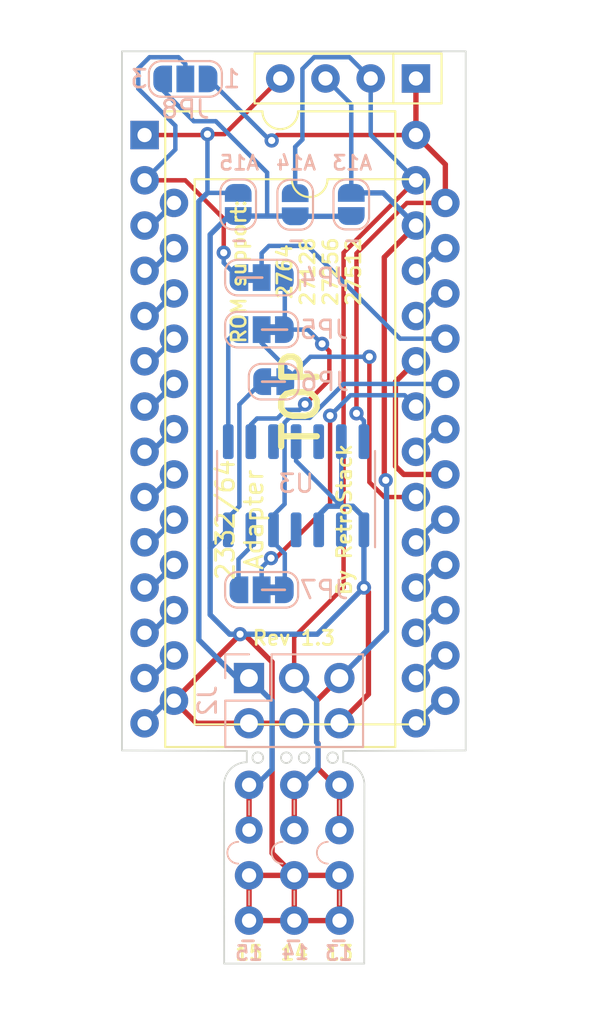
<source format=kicad_pcb>
(kicad_pcb (version 20240108) (generator "pcbnew") (generator_version "8.0")
  (title_block (title "2332/2364 ROM Adapter") (date "2024-05-26") (rev "Rev 1.3") (company "Marcel Erz"))
  (layers (0 "F.Cu" signal) (31 "B.Cu" signal) (34 "B.Paste" user) (35 "F.Paste" user) (36 "B.SilkS" user "B.Silkscreen") (37 "F.SilkS" user "F.Silkscreen") (38 "B.Mask" user) (39 "F.Mask" user) (44 "Edge.Cuts" user))
  (net 0 "")
  (net 1 "/A9")
  (net 2 "/A8")
  (net 3 "/A7")
  (net 4 "/A6")
  (net 5 "/A5")
  (net 6 "/A4")
  (net 7 "/A3")
  (net 8 "/A2")
  (net 9 "GND")
  (net 10 "/A1")
  (net 11 "/A0")
  (net 12 "/D0")
  (net 13 "/D1")
  (net 14 "/D2")
  (net 15 "/D3")
  (net 16 "/D4")
  (net 17 "/~{OE}")
  (net 18 "+5V")
  (net 19 "/A10")
  (net 20 "/A11")
  (net 21 "/A12")
  (net 22 "/A13")
  (net 23 "/A14")
  (net 24 "/A15")
  (net 25 "/D5")
  (net 26 "/D6")
  (net 27 "/D7")
  (net 28 "Net-(JP4-A)")
  (net 29 "Net-(JP4-B)")
  (net 30 "Net-(JP5-B)")
  (net 31 "Net-(JP7-B)")
  (net 36 "Net-(JP5-C)")
  (net 37 "Net-(JP7-C)")
  (footprint "Package_DIP:DIP-24_W15.24mm" (layer "F.Cu") (at 116.84 82.042)
    (property "Reference" "U1" (hide yes))
    (property "Value" "Conn_02x12_Counter_Clockwise")
    (pad "1" thru_hole oval (at 0 0) (size 1.6 1.6) (drill 0.8) (layers "*.Cu" "*.Mask") (net 3 "/A7"))
    (pad "2" thru_hole oval (at 0 2.54) (size 1.6 1.6) (drill 0.8) (layers "*.Cu" "*.Mask") (net 4 "/A6"))
    (pad "3" thru_hole oval (at 0 5.08) (size 1.6 1.6) (drill 0.8) (layers "*.Cu" "*.Mask") (net 5 "/A5"))
    (pad "4" thru_hole oval (at 0 7.62) (size 1.6 1.6) (drill 0.8) (layers "*.Cu" "*.Mask") (net 6 "/A4"))
    (pad "5" thru_hole oval (at 0 10.16) (size 1.6 1.6) (drill 0.8) (layers "*.Cu" "*.Mask") (net 7 "/A3"))
    (pad "6" thru_hole oval (at 0 12.7) (size 1.6 1.6) (drill 0.8) (layers "*.Cu" "*.Mask") (net 8 "/A2"))
    (pad "7" thru_hole oval (at 0 15.24) (size 1.6 1.6) (drill 0.8) (layers "*.Cu" "*.Mask") (net 10 "/A1"))
    (pad "8" thru_hole oval (at 0 17.78) (size 1.6 1.6) (drill 0.8) (layers "*.Cu" "*.Mask") (net 11 "/A0"))
    (pad "9" thru_hole oval (at 0 20.32) (size 1.6 1.6) (drill 0.8) (layers "*.Cu" "*.Mask") (net 12 "/D0"))
    (pad "10" thru_hole oval (at 0 22.86) (size 1.6 1.6) (drill 0.8) (layers "*.Cu" "*.Mask") (net 13 "/D1"))
    (pad "11" thru_hole oval (at 0 25.4) (size 1.6 1.6) (drill 0.8) (layers "*.Cu" "*.Mask") (net 14 "/D2"))
    (pad "12" thru_hole oval (at 0 27.94) (size 1.6 1.6) (drill 0.8) (layers "*.Cu" "*.Mask") (net 9 "GND"))
    (pad "13" thru_hole oval (at 15.24 27.94) (size 1.6 1.6) (drill 0.8) (layers "*.Cu" "*.Mask") (net 15 "/D3"))
    (pad "14" thru_hole oval (at 15.24 25.4) (size 1.6 1.6) (drill 0.8) (layers "*.Cu" "*.Mask") (net 16 "/D4"))
    (pad "15" thru_hole oval (at 15.24 22.86) (size 1.6 1.6) (drill 0.8) (layers "*.Cu" "*.Mask") (net 25 "/D5"))
    (pad "16" thru_hole oval (at 15.24 20.32) (size 1.6 1.6) (drill 0.8) (layers "*.Cu" "*.Mask") (net 26 "/D6"))
    (pad "17" thru_hole oval (at 15.24 17.78) (size 1.6 1.6) (drill 0.8) (layers "*.Cu" "*.Mask") (net 27 "/D7"))
    (pad "18" thru_hole oval (at 15.24 15.24) (size 1.6 1.6) (drill 0.8) (layers "*.Cu" "*.Mask") (net 20 "/A11"))
    (pad "19" thru_hole oval (at 15.24 12.7) (size 1.6 1.6) (drill 0.8) (layers "*.Cu" "*.Mask") (net 19 "/A10"))
    (pad "20" thru_hole oval (at 15.24 10.16) (size 1.6 1.6) (drill 0.8) (layers "*.Cu" "*.Mask") (net 17 "/~{OE}"))
    (pad "21" thru_hole oval (at 15.24 7.62) (size 1.6 1.6) (drill 0.8) (layers "*.Cu" "*.Mask") (net 21 "/A12"))
    (pad "22" thru_hole oval (at 15.24 5.08) (size 1.6 1.6) (drill 0.8) (layers "*.Cu" "*.Mask") (net 1 "/A9"))
    (pad "23" thru_hole oval (at 15.24 2.54) (size 1.6 1.6) (drill 0.8) (layers "*.Cu" "*.Mask") (net 2 "/A8"))
    (pad "24" thru_hole oval (at 15.24 0) (size 1.6 1.6) (drill 0.8) (layers "*.Cu" "*.Mask") (net 18 "+5V"))
  )
  (footprint "Package_DIP:DIP-28_W15.24mm" (layer "F.Cu") (at 115.189 78.232)
    (property "Reference" "U2" (hide yes))
    (property "Value" "27512")
    (pad "1" thru_hole rect (at 0 0) (size 1.6 1.6) (drill 0.8) (layers "*.Cu" "*.Mask") (net 24 "/A15"))
    (pad "2" thru_hole oval (at 0 2.54) (size 1.6 1.6) (drill 0.8) (layers "*.Cu" "*.Mask") (net 28 "Net-(JP4-A)"))
    (pad "3" thru_hole oval (at 0 5.08) (size 1.6 1.6) (drill 0.8) (layers "*.Cu" "*.Mask") (net 3 "/A7"))
    (pad "4" thru_hole oval (at 0 7.62) (size 1.6 1.6) (drill 0.8) (layers "*.Cu" "*.Mask") (net 4 "/A6"))
    (pad "5" thru_hole oval (at 0 10.16) (size 1.6 1.6) (drill 0.8) (layers "*.Cu" "*.Mask") (net 5 "/A5"))
    (pad "6" thru_hole oval (at 0 12.7) (size 1.6 1.6) (drill 0.8) (layers "*.Cu" "*.Mask") (net 6 "/A4"))
    (pad "7" thru_hole oval (at 0 15.24) (size 1.6 1.6) (drill 0.8) (layers "*.Cu" "*.Mask") (net 7 "/A3"))
    (pad "8" thru_hole oval (at 0 17.78) (size 1.6 1.6) (drill 0.8) (layers "*.Cu" "*.Mask") (net 8 "/A2"))
    (pad "9" thru_hole oval (at 0 20.32) (size 1.6 1.6) (drill 0.8) (layers "*.Cu" "*.Mask") (net 10 "/A1"))
    (pad "10" thru_hole oval (at 0 22.86) (size 1.6 1.6) (drill 0.8) (layers "*.Cu" "*.Mask") (net 11 "/A0"))
    (pad "11" thru_hole oval (at 0 25.4) (size 1.6 1.6) (drill 0.8) (layers "*.Cu" "*.Mask") (net 12 "/D0"))
    (pad "12" thru_hole oval (at 0 27.94) (size 1.6 1.6) (drill 0.8) (layers "*.Cu" "*.Mask") (net 13 "/D1"))
    (pad "13" thru_hole oval (at 0 30.48) (size 1.6 1.6) (drill 0.8) (layers "*.Cu" "*.Mask") (net 14 "/D2"))
    (pad "14" thru_hole oval (at 0 33.02) (size 1.6 1.6) (drill 0.8) (layers "*.Cu" "*.Mask") (net 9 "GND"))
    (pad "15" thru_hole oval (at 15.24 33.02) (size 1.6 1.6) (drill 0.8) (layers "*.Cu" "*.Mask") (net 15 "/D3"))
    (pad "16" thru_hole oval (at 15.24 30.48) (size 1.6 1.6) (drill 0.8) (layers "*.Cu" "*.Mask") (net 16 "/D4"))
    (pad "17" thru_hole oval (at 15.24 27.94) (size 1.6 1.6) (drill 0.8) (layers "*.Cu" "*.Mask") (net 25 "/D5"))
    (pad "18" thru_hole oval (at 15.24 25.4) (size 1.6 1.6) (drill 0.8) (layers "*.Cu" "*.Mask") (net 26 "/D6"))
    (pad "19" thru_hole oval (at 15.24 22.86) (size 1.6 1.6) (drill 0.8) (layers "*.Cu" "*.Mask") (net 27 "/D7"))
    (pad "20" thru_hole oval (at 15.24 20.32) (size 1.6 1.6) (drill 0.8) (layers "*.Cu" "*.Mask") (net 36 "Net-(JP5-C)"))
    (pad "21" thru_hole oval (at 15.24 17.78) (size 1.6 1.6) (drill 0.8) (layers "*.Cu" "*.Mask") (net 19 "/A10"))
    (pad "22" thru_hole oval (at 15.24 15.24) (size 1.6 1.6) (drill 0.8) (layers "*.Cu" "*.Mask") (net 37 "Net-(JP7-C)"))
    (pad "23" thru_hole oval (at 15.24 12.7) (size 1.6 1.6) (drill 0.8) (layers "*.Cu" "*.Mask") (net 20 "/A11"))
    (pad "24" thru_hole oval (at 15.24 10.16) (size 1.6 1.6) (drill 0.8) (layers "*.Cu" "*.Mask") (net 1 "/A9"))
    (pad "25" thru_hole oval (at 15.24 7.62) (size 1.6 1.6) (drill 0.8) (layers "*.Cu" "*.Mask") (net 2 "/A8"))
    (pad "26" thru_hole oval (at 15.24 5.08) (size 1.6 1.6) (drill 0.8) (layers "*.Cu" "*.Mask") (net 22 "/A13"))
    (pad "27" thru_hole oval (at 15.24 2.54) (size 1.6 1.6) (drill 0.8) (layers "*.Cu" "*.Mask") (net 23 "/A14"))
    (pad "28" thru_hole oval (at 15.24 0) (size 1.6 1.6) (drill 0.8) (layers "*.Cu" "*.Mask") (net 18 "+5V"))
  )
  (footprint "Resistor_THT:R_Array_SIP4" (layer "F.Cu") (at 130.429 75.057 180)
    (property "Reference" "RN1" (hide yes))
    (property "Value" "R_Network03")
    (pad "1" thru_hole rect (at 0 0 180) (size 1.6 1.6) (drill 0.8) (layers "*.Cu" "*.Mask") (net 18 "+5V"))
    (pad "2" thru_hole oval (at 2.54 0 180) (size 1.6 1.6) (drill 0.8) (layers "*.Cu" "*.Mask") (net 23 "/A14"))
    (pad "3" thru_hole oval (at 5.08 0 180) (size 1.6 1.6) (drill 0.8) (layers "*.Cu" "*.Mask") (net 22 "/A13"))
    (pad "4" thru_hole oval (at 7.62 0 180) (size 1.6 1.6) (drill 0.8) (layers "*.Cu" "*.Mask") (net 24 "/A15"))
  )
  (footprint "Package_SO:SOIC-14_3.9x8.7mm_P1.27mm" (layer "B.Cu") (at 123.698 97.917 90)
    (property "Reference" "U3" (at 0.127 0 180) (layer "B.SilkS") (effects (justify mirror)))
    (property "Value" "74LS04")
    (pad "1" smd roundrect (at -2.475 3.81 90) (size 1.95 0.6) (layers "B.Cu" "B.Paste" "B.Mask") (net 9 "GND"))
    (pad "2" smd roundrect (at -2.475 2.54 90) (size 1.95 0.6) (layers "B.Cu" "B.Paste" "B.Mask"))
    (pad "3" smd roundrect (at -2.475 1.27 90) (size 1.95 0.6) (layers "B.Cu" "B.Paste" "B.Mask") (net 9 "GND"))
    (pad "4" smd roundrect (at -2.475 0 90) (size 1.95 0.6) (layers "B.Cu" "B.Paste" "B.Mask"))
    (pad "5" smd roundrect (at -2.475 -1.27 90) (size 1.95 0.6) (layers "B.Cu" "B.Paste" "B.Mask") (net 17 "/~{OE}"))
    (pad "6" smd roundrect (at -2.475 -2.54 90) (size 1.95 0.6) (layers "B.Cu" "B.Paste" "B.Mask") (net 31 "Net-(JP7-B)"))
    (pad "7" smd roundrect (at -2.475 -3.81 90) (size 1.95 0.6) (layers "B.Cu" "B.Paste" "B.Mask") (net 9 "GND"))
    (pad "8" smd roundrect (at 2.475 -3.81 90) (size 1.95 0.6) (layers "B.Cu" "B.Paste" "B.Mask") (net 30 "Net-(JP5-B)"))
    (pad "9" smd roundrect (at 2.475 -2.54 90) (size 1.95 0.6) (layers "B.Cu" "B.Paste" "B.Mask") (net 29 "Net-(JP4-B)"))
    (pad "10" smd roundrect (at 2.475 -1.27 90) (size 1.95 0.6) (layers "B.Cu" "B.Paste" "B.Mask"))
    (pad "11" smd roundrect (at 2.475 0 90) (size 1.95 0.6) (layers "B.Cu" "B.Paste" "B.Mask") (net 9 "GND"))
    (pad "12" smd roundrect (at 2.475 1.27 90) (size 1.95 0.6) (layers "B.Cu" "B.Paste" "B.Mask"))
    (pad "13" smd roundrect (at 2.475 2.54 90) (size 1.95 0.6) (layers "B.Cu" "B.Paste" "B.Mask") (net 9 "GND"))
    (pad "14" smd roundrect (at 2.475 3.81 90) (size 1.95 0.6) (layers "B.Cu" "B.Paste" "B.Mask") (net 18 "+5V"))
  )
  (footprint "Connector_PinHeader_2.54mm:PinHeader_2x03_P2.54mm_Vertical" (layer "B.Cu") (at 121.05 108.71 -90)
    (property "Reference" "J2" (at 1.27 2.33 90) (layer "B.SilkS") (effects (justify mirror)))
    (property "Value" "Conn_02x03_Odd_Even")
    (pad "1" thru_hole rect (at 0 0 270) (size 1.7 1.7) (drill 1) (layers "*.Cu" "*.Mask") (net 24 "/A15"))
    (pad "2" thru_hole oval (at 2.54 0 270) (size 1.7 1.7) (drill 1) (layers "*.Cu" "*.Mask") (net 9 "GND"))
    (pad "3" thru_hole oval (at 0 -2.54 270) (size 1.7 1.7) (drill 1) (layers "*.Cu" "*.Mask") (net 23 "/A14"))
    (pad "4" thru_hole oval (at 2.54 -2.54 270) (size 1.7 1.7) (drill 1) (layers "*.Cu" "*.Mask") (net 9 "GND"))
    (pad "5" thru_hole oval (at 0 -5.08 270) (size 1.7 1.7) (drill 1) (layers "*.Cu" "*.Mask") (net 22 "/A13"))
    (pad "6" thru_hole oval (at 2.54 -5.08 270) (size 1.7 1.7) (drill 1) (layers "*.Cu" "*.Mask") (net 9 "GND"))
  )
  (footprint "Jumper:SolderJumper-3_P1.3mm_Open_RoundedPad1.0x1.5mm_NumberLabels" (layer "B.Cu") (at 117.4796 75.0824 180)
    (property "Reference" "JP8" (at 0.0046 -1.7018 0) (layer "B.SilkS") (effects (justify mirror)))
    (property "Value" "SolderJumper_3_Open")
    (fp_text user "3" (at 2.6 0 0) (layer "B.SilkS") (effects (justify mirror)))
    (fp_text user "1" (at -2.6 0 0) (layer "B.SilkS") (effects (justify mirror)))
    (pad "1" smd custom (at -1.3 0 180) (size 1 0.5) (layers "B.Cu" "B.Mask") (net 18 "+5V") (options (clearance outline) (anchor rect)) (primitives (gr_circle (center 0 -0.25) (end 0.5 -0.25) (width 0) (fill yes)) (gr_circle (center 0 0.25) (end 0.5 0.25) (width 0) (fill yes)) (gr_poly (pts (xy 0.55 -0.75) (xy 0 -0.75) (xy 0 0.75) (xy 0.55 0.75)) (width 0) (fill yes))))
    (pad "2" smd rect (at 0 0 180) (size 1 1.5) (layers "B.Cu" "B.Mask") (net 28 "Net-(JP4-A)"))
    (pad "3" smd custom (at 1.3 0 180) (size 1 0.5) (layers "B.Cu" "B.Mask") (net 9 "GND") (options (clearance outline) (anchor rect)) (primitives (gr_circle (center 0 -0.25) (end 0.5 -0.25) (width 0) (fill yes)) (gr_circle (center 0 0.25) (end 0.5 0.25) (width 0) (fill yes)) (gr_poly (pts (xy 0 -0.75) (xy -0.55 -0.75) (xy -0.55 0.75) (xy 0 0.75)) (width 0) (fill yes))))
  )
  (footprint "RetroStackLibrary:SolderJumper_2_Open_RoundedPad" (layer "B.Cu") (at 126.7968 82.1286 90)
    (property "Reference" "JP1" (hide yes))
    (property "Value" "SolderJumper_2_Open")
    (pad "1" smd custom (at -0.65 0 90) (size 1 0.5) (layers "B.Cu" "B.Mask") (net 9 "GND") (options (clearance outline) (anchor rect)) (primitives (gr_circle (center 0 -0.25) (end 0.5 -0.25) (width 0) (fill yes)) (gr_circle (center 0 0.25) (end 0.5 0.25) (width 0) (fill yes)) (gr_poly (pts (xy 0.5 -0.75) (xy 0 -0.75) (xy 0 0.75) (xy 0.5 0.75)) (width 0) (fill yes))))
    (pad "2" smd custom (at 0.65 0 90) (size 1 0.5) (layers "B.Cu" "B.Mask") (net 22 "/A13") (options (clearance outline) (anchor rect)) (primitives (gr_circle (center 0 -0.25) (end 0.5 -0.25) (width 0) (fill yes)) (gr_circle (center 0 0.25) (end 0.5 0.25) (width 0) (fill yes)) (gr_poly (pts (xy 0 -0.75) (xy -0.5 -0.75) (xy -0.5 0.75) (xy 0 0.75)) (width 0) (fill yes))))
  )
  (footprint "RetroStackLibrary:DIPJumper_3" (layer "B.Cu") (at 121.0564 114.7064 -90)
    (property "Reference" "J1" (hide yes))
    (property "Value" "Conn_02x03_Odd_Even")
    (pad "1" thru_hole circle (at 0 0 270) (size 1.6 1.6) (drill 0.8) (layers "*.Cu" "*.Mask") (net 24 "/A15"))
    (pad "1" thru_hole circle (at 2.54 0 270) (size 1.524 1.524) (drill 0.762) (layers "*.Cu" "*.Mask") (net 24 "/A15"))
    (pad "2" thru_hole oval (at 5.08 0 270) (size 1.6 1.6) (drill 0.8) (layers "*.Cu" "*.Mask") (net 9 "GND"))
    (pad "2" thru_hole oval (at 7.62 0 270) (size 1.6 1.6) (drill 0.8) (layers "*.Cu" "*.Mask") (net 9 "GND"))
    (pad "3" thru_hole oval (at 0 -2.54 270) (size 1.6 1.6) (drill 0.8) (layers "*.Cu" "*.Mask") (net 23 "/A14"))
    (pad "3" thru_hole oval (at 2.54 -2.54 270) (size 1.6 1.6) (drill 0.8) (layers "*.Cu" "*.Mask") (net 23 "/A14"))
    (pad "4" thru_hole oval (at 5.08 -2.54 270) (size 1.6 1.6) (drill 0.8) (layers "*.Cu" "*.Mask") (net 9 "GND"))
    (pad "4" thru_hole oval (at 7.62 -2.54 270) (size 1.6 1.6) (drill 0.8) (layers "*.Cu" "*.Mask") (net 9 "GND"))
    (pad "5" thru_hole oval (at 0 -5.08 270) (size 1.6 1.6) (drill 0.8) (layers "*.Cu" "*.Mask") (net 22 "/A13"))
    (pad "5" thru_hole oval (at 2.54 -5.08 270) (size 1.6 1.6) (drill 0.8) (layers "*.Cu" "*.Mask") (net 22 "/A13"))
    (pad "6" thru_hole oval (at 5.08 -5.08 270) (size 1.6 1.6) (drill 0.8) (layers "*.Cu" "*.Mask") (net 9 "GND"))
    (pad "6" thru_hole oval (at 7.62 -5.08 270) (size 1.6 1.6) (drill 0.8) (layers "*.Cu" "*.Mask") (net 9 "GND"))
  )
  (footprint "Jumper:SolderJumper-2_P1.3mm_Bridged_RoundedPad1.0x1.5mm" (layer "B.Cu") (at 122.443 92.075)
    (property "Reference" "JP6" (at 1.4 0 0) (layer "B.SilkS") (effects (justify right mirror)))
    (property "Value" "SolderJumper_2_Bridged")
    (fp_poly (pts (xy 0.25 0.3) (xy -0.25 0.3) (xy -0.25 -0.3) (xy 0.25 -0.3)) (fill solid) (layer "B.Cu"))
    (pad "1" smd custom (at -0.65 0) (size 1 0.5) (layers "B.Cu" "B.Mask") (net 9 "GND") (options (clearance outline) (anchor rect)) (primitives (gr_circle (center 0 -0.25) (end 0.5 -0.25) (width 0) (fill yes)) (gr_circle (center 0 0.25) (end 0.5 0.25) (width 0) (fill yes)) (gr_poly (pts (xy 0.5 -0.75) (xy 0 -0.75) (xy 0 0.75) (xy 0.5 0.75)) (width 0) (fill yes))))
    (pad "2" smd custom (at 0.65 0) (size 1 0.5) (layers "B.Cu" "B.Mask") (net 36 "Net-(JP5-C)") (options (clearance outline) (anchor rect)) (primitives (gr_circle (center 0 -0.25) (end 0.5 -0.25) (width 0) (fill yes)) (gr_circle (center 0 0.25) (end 0.5 0.25) (width 0) (fill yes)) (gr_poly (pts (xy 0 -0.75) (xy -0.5 -0.75) (xy -0.5 0.75) (xy 0 0.75)) (width 0) (fill yes))))
  )
  (footprint "RetroStackLibrary:SolderJumper_2_Open_RoundedPad" (layer "B.Cu") (at 123.6472 82.1436 90)
    (property "Reference" "JP2" (hide yes))
    (property "Value" "SolderJumper_2_Open")
    (pad "1" smd custom (at -0.65 0 90) (size 1 0.5) (layers "B.Cu" "B.Mask") (net 9 "GND") (options (clearance outline) (anchor rect)) (primitives (gr_circle (center 0 -0.25) (end 0.5 -0.25) (width 0) (fill yes)) (gr_circle (center 0 0.25) (end 0.5 0.25) (width 0) (fill yes)) (gr_poly (pts (xy 0.5 -0.75) (xy 0 -0.75) (xy 0 0.75) (xy 0.5 0.75)) (width 0) (fill yes))))
    (pad "2" smd custom (at 0.65 0 90) (size 1 0.5) (layers "B.Cu" "B.Mask") (net 23 "/A14") (options (clearance outline) (anchor rect)) (primitives (gr_circle (center 0 -0.25) (end 0.5 -0.25) (width 0) (fill yes)) (gr_circle (center 0 0.25) (end 0.5 0.25) (width 0) (fill yes)) (gr_poly (pts (xy 0 -0.75) (xy -0.5 -0.75) (xy -0.5 0.75) (xy 0 0.75)) (width 0) (fill yes))))
  )
  (footprint "Jumper:SolderJumper-3_P1.3mm_Bridged12_RoundedPad1.0x1.5mm_NumberLabels" (layer "B.Cu") (at 121.763 86.233)
    (property "Reference" "JP4" (at 2.05 0 0) (layer "B.SilkS") (effects (justify right mirror)))
    (property "Value" "Switch for 2332!" (hide yes))
    (fp_poly (pts (xy -0.9 0.3) (xy -0.4 0.3) (xy -0.4 -0.3) (xy -0.9 -0.3)) (fill solid) (layer "B.Cu"))
    (pad "1" smd custom (at -1.3 0) (size 1 0.5) (layers "B.Cu" "B.Mask") (net 28 "Net-(JP4-A)") (options (clearance outline) (anchor rect)) (primitives (gr_poly (pts (xy 0.55 -0.75) (xy 0 -0.75) (xy 0 0.75) (xy 0.55 0.75)) (width 0) (fill yes)) (gr_circle (center 0 -0.25) (end 0.5 -0.25) (width 0) (fill yes)) (gr_circle (center 0 0.25) (end 0.5 0.25) (width 0) (fill yes))))
    (pad "2" smd rect (at 0 0) (size 1 1.5) (layers "B.Cu" "B.Mask") (net 21 "/A12"))
    (pad "3" smd custom (at 1.3 0) (size 1 0.5) (layers "B.Cu" "B.Mask") (net 29 "Net-(JP4-B)") (options (clearance outline) (anchor rect)) (primitives (gr_circle (center 0 -0.25) (end 0.5 -0.25) (width 0) (fill yes)) (gr_circle (center 0 0.25) (end 0.5 0.25) (width 0) (fill yes)) (gr_poly (pts (xy 0 -0.75) (xy -0.55 -0.75) (xy -0.55 0.75) (xy 0 0.75)) (width 0) (fill yes))))
  )
  (footprint "Jumper:SolderJumper-3_P1.3mm_Bridged12_RoundedPad1.0x1.5mm_NumberLabels" (layer "B.Cu") (at 121.763 103.759 180)
    (property "Reference" "JP7" (at -2.05 0 0) (layer "B.SilkS") (effects (justify right mirror)))
    (property "Value" "Switch for 2332!" (hide yes))
    (fp_poly (pts (xy -0.9 0.3) (xy -0.4 0.3) (xy -0.4 -0.3) (xy -0.9 -0.3)) (fill solid) (layer "B.Cu"))
    (pad "1" smd custom (at -1.3 0 180) (size 1 0.5) (layers "B.Cu" "B.Mask") (net 17 "/~{OE}") (options (clearance outline) (anchor rect)) (primitives (gr_poly (pts (xy 0.55 -0.75) (xy 0 -0.75) (xy 0 0.75) (xy 0.55 0.75)) (width 0) (fill yes)) (gr_circle (center 0 -0.25) (end 0.5 -0.25) (width 0) (fill yes)) (gr_circle (center 0 0.25) (end 0.5 0.25) (width 0) (fill yes))))
    (pad "2" smd rect (at 0 0 180) (size 1 1.5) (layers "B.Cu" "B.Mask") (net 37 "Net-(JP7-C)"))
    (pad "3" smd custom (at 1.3 0 180) (size 1 0.5) (layers "B.Cu" "B.Mask") (net 31 "Net-(JP7-B)") (options (clearance outline) (anchor rect)) (primitives (gr_circle (center 0 -0.25) (end 0.5 -0.25) (width 0) (fill yes)) (gr_circle (center 0 0.25) (end 0.5 0.25) (width 0) (fill yes)) (gr_poly (pts (xy 0 -0.75) (xy -0.55 -0.75) (xy -0.55 0.75) (xy 0 0.75)) (width 0) (fill yes))))
  )
  (footprint "Jumper:SolderJumper-3_P1.3mm_Bridged12_RoundedPad1.0x1.5mm_NumberLabels" (layer "B.Cu") (at 121.763 89.154 180)
    (property "Reference" "JP5" (at -2.05 0 0) (layer "B.SilkS") (effects (justify right mirror)))
    (property "Value" "Switch for 2332!" (hide yes))
    (fp_poly (pts (xy -0.9 0.3) (xy -0.4 0.3) (xy -0.4 -0.3) (xy -0.9 -0.3)) (fill solid) (layer "B.Cu"))
    (pad "1" smd custom (at -1.3 0 180) (size 1 0.5) (layers "B.Cu" "B.Mask") (net 29 "Net-(JP4-B)") (options (clearance outline) (anchor rect)) (primitives (gr_poly (pts (xy 0.55 -0.75) (xy 0 -0.75) (xy 0 0.75) (xy 0.55 0.75)) (width 0) (fill yes)) (gr_circle (center 0 -0.25) (end 0.5 -0.25) (width 0) (fill yes)) (gr_circle (center 0 0.25) (end 0.5 0.25) (width 0) (fill yes))))
    (pad "2" smd rect (at 0 0 180) (size 1 1.5) (layers "B.Cu" "B.Mask") (net 36 "Net-(JP5-C)"))
    (pad "3" smd custom (at 1.3 0 180) (size 1 0.5) (layers "B.Cu" "B.Mask") (net 30 "Net-(JP5-B)") (options (clearance outline) (anchor rect)) (primitives (gr_circle (center 0 -0.25) (end 0.5 -0.25) (width 0) (fill yes)) (gr_circle (center 0 0.25) (end 0.5 0.25) (width 0) (fill yes)) (gr_poly (pts (xy 0 -0.75) (xy -0.55 -0.75) (xy -0.55 0.75) (xy 0 0.75)) (width 0) (fill yes))))
  )
  (footprint "RetroStackLibrary:SolderJumper_2_Open_RoundedPad" (layer "B.Cu") (at 120.4468 82.1286 90)
    (property "Reference" "JP3" (hide yes))
    (property "Value" "SolderJumper_2_Open")
    (pad "1" smd custom (at -0.65 0 90) (size 1 0.5) (layers "B.Cu" "B.Mask") (net 9 "GND") (options (clearance outline) (anchor rect)) (primitives (gr_circle (center 0 -0.25) (end 0.5 -0.25) (width 0) (fill yes)) (gr_circle (center 0 0.25) (end 0.5 0.25) (width 0) (fill yes)) (gr_poly (pts (xy 0.5 -0.75) (xy 0 -0.75) (xy 0 0.75) (xy 0.5 0.75)) (width 0) (fill yes))))
    (pad "2" smd custom (at 0.65 0 90) (size 1 0.5) (layers "B.Cu" "B.Mask") (net 24 "/A15") (options (clearance outline) (anchor rect)) (primitives (gr_circle (center 0 -0.25) (end 0.5 -0.25) (width 0) (fill yes)) (gr_circle (center 0 0.25) (end 0.5 0.25) (width 0) (fill yes)) (gr_poly (pts (xy 0 -0.75) (xy -0.5 -0.75) (xy -0.5 0.75) (xy 0 0.75)) (width 0) (fill yes))))
  )
  (gr_line (start 121.793 89.154) (end 123.19 89.154) (stroke (width 0.15)) (layer "B.SilkS"))
  (gr_line (start 121.793 92.075) (end 123.063 92.075) (stroke (width 0.15)) (layer "B.SilkS"))
  (gr_line (start 121.793 103.759) (end 123.063 103.759) (stroke (width 0.15)) (layer "B.SilkS"))
  (gr_line (start 120.396 86.233) (end 121.793 86.233) (stroke (width 0.15)) (layer "B.SilkS"))
  (gr_circle (center 121.55 113.1824) (end 121.85 113.1824) (stroke (width 0.1)) (fill none) (layer "Edge.Cuts"))
  (gr_line (start 119.6594 124.7394) (end 127.524374 124.7394) (stroke (width 0.1)) (layer "Edge.Cuts"))
  (gr_line (start 113.919 73.533) (end 133.223 73.533) (stroke (width 0.1)) (layer "Edge.Cuts"))
  (gr_line (start 120.9294 112.8014) (end 120.9294 113.4364) (stroke (width 0.1)) (layer "Edge.Cuts"))
  (gr_arc (start 119.650374 114.715426) (mid 120.024983 113.811001) (end 120.9294 113.4364) (stroke (width 0.1)) (layer "Edge.Cuts"))
  (gr_line (start 113.919 112.776) (end 113.919 73.533) (stroke (width 0.1)) (layer "Edge.Cuts"))
  (gr_circle (center 123.15 113.1824) (end 123.45 113.1824) (stroke (width 0.1)) (fill none) (layer "Edge.Cuts"))
  (gr_line (start 127.5334 114.715426) (end 127.524374 124.7394) (stroke (width 0.1)) (layer "Edge.Cuts"))
  (gr_circle (center 124.15 113.1824) (end 124.45 113.1824) (stroke (width 0.1)) (fill none) (layer "Edge.Cuts"))
  (gr_arc (start 126.345374 113.4364) (mid 127.192681 113.841499) (end 127.536607 114.715426) (stroke (width 0.1)) (layer "Edge.Cuts"))
  (gr_line (start 119.650374 114.715426) (end 119.6594 124.7394) (stroke (width 0.1)) (layer "Edge.Cuts"))
  (gr_line (start 113.919 112.776) (end 120.9294 112.8014) (stroke (width 0.1)) (layer "Edge.Cuts"))
  (gr_line (start 126.345374 112.8014) (end 133.223 112.776) (stroke (width 0.1)) (layer "Edge.Cuts"))
  (gr_line (start 126.345374 112.8014) (end 126.345374 113.4364) (stroke (width 0.1)) (layer "Edge.Cuts"))
  (gr_line (start 133.223 73.533) (end 133.223 112.776) (stroke (width 0.1)) (layer "Edge.Cuts"))
  (gr_circle (center 125.75 113.1824) (end 126.05 113.1824) (stroke (width 0.1)) (fill none) (layer "Edge.Cuts"))
  (gr_text "-" (at 123.698 84.582 0) (layer "B.SilkS") (effects (font (size 0.8 0.8)) (justify bottom mirror)))
  (gr_text "13" (at 126.0974 124.6254 0) (layer "B.SilkS") (effects (font (size 0.8 0.8)) (justify bottom mirror)))
  (gr_text "A15" (at 120.4976 80.264 0) (layer "B.SilkS") (effects (font (size 0.8 0.8)) (justify bottom mirror)))
  (gr_text "-" (at 123.5474 123.8754 0) (layer "B.SilkS") (effects (font (size 0.8 0.8)) (justify bottom mirror)))
  (gr_text "-" (at 120.4976 84.582 0) (layer "B.SilkS") (effects (font (size 0.8 0.8)) (justify bottom mirror)))
  (gr_text "14" (at 123.6474 124.5754 0) (layer "B.SilkS") (effects (font (size 0.8 0.8)) (justify bottom mirror)))
  (gr_text "-" (at 126.8476 84.582 0) (layer "B.SilkS") (effects (font (size 0.8 0.8)) (justify bottom mirror)))
  (gr_text "-" (at 126.0974 123.8754 0) (layer "B.SilkS") (effects (font (size 0.8 0.8)) (justify bottom mirror)))
  (gr_text "-" (at 120.9974 123.8754 0) (layer "B.SilkS") (effects (font (size 0.8 0.8)) (justify bottom mirror)))
  (gr_text "15" (at 121.0474 124.6254 0) (layer "B.SilkS") (effects (font (size 0.8 0.8)) (justify bottom mirror)))
  (gr_text "A14" (at 123.698 80.264 0) (layer "B.SilkS") (effects (font (size 0.8 0.8)) (justify bottom mirror)))
  (gr_text "A13" (at 126.8476 80.264 0) (layer "B.SilkS") (effects (font (size 0.8 0.8)) (justify bottom mirror)))
  (gr_text "-" (at 123.5474 123.8754 0) (layer "F.SilkS") (effects (font (size 0.8 0.8)) (justify bottom)))
  (gr_text "ROM support:\n\n2764\n27128\n27256\n27512" (at 123.7 85.9 90) (layer "F.SilkS") (effects (font (size 0.8 0.8))))
  (gr_text "-" (at 120.9974 123.8754 0) (layer "F.SilkS") (effects (font (size 0.8 0.8)) (justify bottom)))
  (gr_text "-" (at 126.0974 123.8754 0) (layer "F.SilkS") (effects (font (size 0.8 0.8)) (justify bottom)))
  (gr_text "Rev 1.3" (at 123.571 106.934 0) (layer "F.SilkS") (effects (font (size 0.8 0.8)) (justify bottom)))
  (gr_text "TOP" (at 123.952 93.091 90) (layer "F.SilkS") (effects (font (size 2 2) (thickness 0.35) (bold yes))))
  (gr_text "2332/64\nAdapter" (at 121.92 99.822 90) (layer "F.SilkS") (effects (font (size 1 1)) (justify bottom)))
  (gr_text "13" (at 126.1364 124.6124 0) (layer "F.SilkS") (effects (font (size 0.8 0.8)) (justify bottom)))
  (gr_text "15" (at 121.0564 124.6124 0) (layer "F.SilkS") (effects (font (size 0.8 0.8)) (justify bottom)))
  (gr_text "14" (at 123.5964 124.6124 0) (layer "F.SilkS") (effects (font (size 0.8 0.8)) (justify bottom)))
  (gr_text "By RetroStack" (at 126.873 99.822 90) (layer "F.SilkS") (effects (font (size 0.8 0.8)) (justify bottom)))
  (segment (start 131.699 87.122) (end 130.429 88.392) (width 0.3) (layer "B.Cu") (net 1))
  (segment (start 132.08 87.122) (end 131.699 87.122) (width 0.3) (layer "B.Cu") (net 1))
  (segment (start 132.08 84.582) (end 131.699 84.582) (width 0.3) (layer "B.Cu") (net 2))
  (segment (start 131.699 84.582) (end 130.429 85.852) (width 0.3) (layer "B.Cu") (net 2))
  (segment (start 115.57 83.312) (end 116.84 82.042) (width 0.3) (layer "B.Cu") (net 3))
  (segment (start 115.189 83.312) (end 115.57 83.312) (width 0.3) (layer "B.Cu") (net 3))
  (segment (start 115.189 85.852) (end 115.57 85.852) (width 0.3) (layer "B.Cu") (net 4))
  (segment (start 115.57 85.852) (end 116.84 84.582) (width 0.3) (layer "B.Cu") (net 4))
  (segment (start 115.57 88.392) (end 116.84 87.122) (width 0.3) (layer "B.Cu") (net 5))
  (segment (start 115.189 88.392) (end 115.57 88.392) (width 0.3) (layer "B.Cu") (net 5))
  (segment (start 115.189 90.932) (end 115.57 90.932) (width 0.3) (layer "B.Cu") (net 6))
  (segment (start 115.57 90.932) (end 116.84 89.662) (width 0.3) (layer "B.Cu") (net 6))
  (segment (start 115.57 93.472) (end 116.84 92.202) (width 0.3) (layer "B.Cu") (net 7))
  (segment (start 115.189 93.472) (end 115.57 93.472) (width 0.3) (layer "B.Cu") (net 7))
  (segment (start 115.57 96.012) (end 116.84 94.742) (width 0.3) (layer "B.Cu") (net 8))
  (segment (start 115.189 96.012) (end 115.57 96.012) (width 0.3) (layer "B.Cu") (net 8))
  (segment (start 127.762 103.886) (end 127.762 109.618) (width 0.3) (layer "F.Cu") (net 9))
  (segment (start 127.762 109.618) (end 126.13 111.25) (width 0.3) (layer "F.Cu") (net 9))
  (segment (start 123.5964 119.7864) (end 122.35 118.54) (width 0.3) (layer "F.Cu") (net 9))
  (segment (start 123.5964 119.7864) (end 123.5964 122.3264) (width 0.3) (layer "F.Cu") (net 9))
  (segment (start 122.35 118.54) (end 122.35 107.815024) (width 0.3) (layer "F.Cu") (net 9))
  (segment (start 121.05 111.25) (end 123.59 111.25) (width 0.3) (layer "F.Cu") (net 9))
  (segment (start 121.0564 119.7864) (end 121.0564 122.3264) (width 0.3) (layer "F.Cu") (net 9))
  (segment (start 126.1364 119.7864) (end 126.1364 122.3264) (width 0.3) (layer "F.Cu") (net 9))
  (segment (start 121.0564 119.7864) (end 126.1364 119.7864) (width 0.3) (layer "F.Cu") (net 9))
  (segment (start 120.55 106.25) (end 120.599 106.299) (width 0.3) (layer "F.Cu") (net 9))
  (segment (start 126.1364 122.3264) (end 121.0564 122.3264) (width 0.3) (layer "F.Cu") (net 9))
  (segment (start 127.508 103.632) (end 127.762 103.886) (width 0.3) (layer "F.Cu") (net 9))
  (segment (start 120.55 106.25) (end 120.55 106.272) (width 0.3) (layer "F.Cu") (net 9))
  (segment (start 120.784976 106.25) (end 120.55 106.25) (width 0.3) (layer "F.Cu") (net 9))
  (segment (start 120.55 106.272) (end 116.84 109.982) (width 0.3) (layer "F.Cu") (net 9))
  (segment (start 121.05 111.25) (end 118.108 111.25) (width 0.3) (layer "F.Cu") (net 9))
  (segment (start 122.35 107.815024) (end 120.784976 106.25) (width 0.3) (layer "F.Cu") (net 9))
  (segment (start 118.108 111.25) (end 116.84 109.982) (width 0.3) (layer "F.Cu") (net 9))
  (via (at 127.508 103.632) (size 0.8) (drill 0.4) (layers "F.Cu" "B.Cu") (net 9))
  (via (at 120.55 106.25) (size 0.8) (drill 0.4) (layers "F.Cu" "B.Cu") (net 9))
  (segment (start 126.238 95.442) (end 126.238 99.067) (width 0.25) (layer "B.Cu") (net 9))
  (segment (start 127.508 103.632) (end 127.508 100.392) (width 0.3) (layer "B.Cu") (net 9))
  (segment (start 122.0724 82.7786) (end 123.6322 82.7786) (width 0.3) (layer "B.Cu") (net 9))
  (segment (start 125.469 99.067) (end 124.968 99.568) (width 0.3) (layer "B.Cu") (net 9))
  (segment (start 120.513 93.355) (end 120.513 99.07) (width 0.25) (layer "B.Cu") (net 9))
  (segment (start 117.9534 77.4562) (end 119.1884 77.4562) (width 0.25) (layer "B.Cu") (net 9))
  (segment (start 124.89 106.25) (end 127.508 103.632) (width 0.3) (layer "B.Cu") (net 9))
  (segment (start 124.968 99.568) (end 124.968 100.392) (width 0.3) (layer "B.Cu") (net 9))
  (segment (start 123.6472 82.7936) (end 126.7818 82.7936) (width 0.3) (layer "B.Cu") (net 9))
  (segment (start 118.872 101.408) (end 119.888 100.392) (width 0.3) (layer "B.Cu") (net 9))
  (segment (start 127.508 100.392) (end 127.508 99.695) (width 0.3) (layer "B.Cu") (net 9))
  (segment (start 123.698 96.527) (end 126.238 99.067) (width 0.25) (layer "B.Cu") (net 9))
  (segment (start 123.698 95.442) (end 123.698 96.527) (width 0.25) (layer "B.Cu") (net 9))
  (segment (start 116.1796 75.0824) (end 116.1796 75.6824) (width 0.25) (layer "B.Cu") (net 9))
  (segment (start 116.1796 75.6824) (end 117.9534 77.4562) (width 0.25) (layer "B.Cu") (net 9))
  (segment (start 118.872 83.82) (end 119.9134 82.7786) (width 0.3) (layer "B.Cu") (net 9))
  (segment (start 123.6322 82.7786) (end 123.6472 82.7936) (width 0.3) (layer "B.Cu") (net 9))
  (segment (start 120.4468 82.7786) (end 122.0724 82.7786) (width 0.3) (layer "B.Cu") (net 9))
  (segment (start 119.1884 77.4562) (end 122.0724 80.3402) (width 0.25) (layer "B.Cu") (net 9))
  (segment (start 126.238 99.067) (end 125.469 99.067) (width 0.3) (layer "B.Cu") (net 9))
  (segment (start 120.55 106.25) (end 119.966 106.25) (width 0.3) (layer "B.Cu") (net 9))
  (segment (start 118.872 105.156) (end 118.872 101.408) (width 0.3) (layer "B.Cu") (net 9))
  (segment (start 118.872 101.408) (end 118.872 83.82) (width 0.3) (layer "B.Cu") (net 9))
  (segment (start 119.9134 82.7786) (end 120.4468 82.7786) (width 0.3) (layer "B.Cu") (net 9))
  (segment (start 126.7818 82.7936) (end 126.7968 82.7786) (width 0.3) (layer "B.Cu") (net 9))
  (segment (start 126.88 99.067) (end 126.238 99.067) (width 0.3) (layer "B.Cu") (net 9))
  (segment (start 121.793 92.075) (end 120.513 93.355) (width 0.25) (layer "B.Cu") (net 9))
  (segment (start 116.84 109.982) (end 116.459 109.982) (width 0.3) (layer "B.Cu") (net 9))
  (segment (start 127.508 99.695) (end 126.88 99.067) (width 0.3) (layer "B.Cu") (net 9))
  (segment (start 116.459 109.982) (end 115.189 111.252) (width 0.3) (layer "B.Cu") (net 9))
  (segment (start 120.513 99.07) (end 119.888 99.695) (width 0.25) (layer "B.Cu") (net 9))
  (segment (start 120.523 82.8548) (end 120.4468 82.7786) (width 0.3) (layer "B.Cu") (net 9))
  (segment (start 120.55 106.25) (end 124.89 106.25) (width 0.3) (layer "B.Cu") (net 9))
  (segment (start 122.0724 80.3402) (end 122.0724 82.7786) (width 0.25) (layer "B.Cu") (net 9))
  (segment (start 119.888 99.695) (end 119.888 100.392) (width 0.25) (layer "B.Cu") (net 9))
  (segment (start 119.966 106.25) (end 118.872 105.156) (width 0.3) (layer "B.Cu") (net 9))
  (segment (start 115.189 98.552) (end 115.57 98.552) (width 0.3) (layer "B.Cu") (net 10))
  (segment (start 115.57 98.552) (end 116.84 97.282) (width 0.3) (layer "B.Cu") (net 10))
  (segment (start 115.57 101.092) (end 116.84 99.822) (width 0.3) (layer "B.Cu") (net 11))
  (segment (start 115.189 101.092) (end 115.57 101.092) (width 0.3) (layer "B.Cu") (net 11))
  (segment (start 115.57 103.632) (end 116.84 102.362) (width 0.3) (layer "B.Cu") (net 12))
  (segment (start 115.189 103.632) (end 115.57 103.632) (width 0.3) (layer "B.Cu") (net 12))
  (segment (start 115.57 106.172) (end 116.84 104.902) (width 0.3) (layer "B.Cu") (net 13))
  (segment (start 115.189 106.172) (end 115.57 106.172) (width 0.3) (layer "B.Cu") (net 13))
  (segment (start 115.57 108.712) (end 116.84 107.442) (width 0.3) (layer "B.Cu") (net 14))
  (segment (start 115.189 108.712) (end 115.57 108.712) (width 0.3) (layer "B.Cu") (net 14))
  (segment (start 132.08 109.982) (end 131.699 109.982) (width 0.3) (layer "B.Cu") (net 15))
  (segment (start 131.699 109.982) (end 130.429 111.252) (width 0.3) (layer "B.Cu") (net 15))
  (segment (start 132.08 107.442) (end 131.699 107.442) (width 0.3) (layer "B.Cu") (net 16))
  (segment (start 131.699 107.442) (end 130.429 108.712) (width 0.3) (layer "B.Cu") (net 16))
  (segment (start 123.053 98.943) (end 122.428 99.568) (width 0.25) (layer "B.Cu") (net 17))
  (segment (start 123.317 94.107) (end 123.053 94.371) (width 0.25) (layer "B.Cu") (net 17))
  (segment (start 126.365 92.202) (end 124.46 94.107) (width 0.25) (layer "B.Cu") (net 17))
  (segment (start 122.428 101.092) (end 122.428 100.392) (width 0.25) (layer "B.Cu") (net 17))
  (segment (start 123.063 103.759) (end 123.063 101.727) (width 0.25) (layer "B.Cu") (net 17))
  (segment (start 132.08 92.202) (end 126.365 92.202) (width 0.25) (layer "B.Cu") (net 17))
  (segment (start 123.053 94.371) (end 123.053 98.943) (width 0.25) (layer "B.Cu") (net 17))
  (segment (start 123.063 101.727) (end 122.428 101.092) (width 0.25) (layer "B.Cu") (net 17))
  (segment (start 124.46 94.107) (end 123.317 94.107) (width 0.25) (layer "B.Cu") (net 17))
  (segment (start 122.428 99.568) (end 122.428 100.392) (width 0.25) (layer "B.Cu") (net 17))
  (segment (start 129.921 82.042) (end 132.08 82.042) (width 0.25) (layer "F.Cu") (net 18))
  (segment (start 132.08 82.042) (end 132.08 79.883) (width 0.3) (layer "F.Cu") (net 18))
  (segment (start 132.08 79.883) (end 130.429 78.232) (width 0.3) (layer "F.Cu") (net 18))
  (segment (start 122.3264 78.5368) (end 122.6312 78.232) (width 0.25) (layer "F.Cu") (net 18))
  (segment (start 130.429 75.057) (end 130.429 78.232) (width 0.3) (layer "F.Cu") (net 18))
  (segment (start 122.6312 78.232) (end 130.429 78.232) (width 0.25) (layer "F.Cu") (net 18))
  (segment (start 127.0895 84.8735) (end 129.921 82.042) (width 0.25) (layer "F.Cu") (net 18))
  (segment (start 127.0895 93.853) (end 127.0895 84.8735) (width 0.25) (layer "F.Cu") (net 18))
  (via (at 122.3264 78.5368) (size 0.8) (drill 0.4) (layers "F.Cu" "B.Cu") (net 18))
  (via (at 127.0895 93.853) (size 0.8) (drill 0.4) (layers "F.Cu" "B.Cu") (net 18))
  (segment (start 118.7796 75.0824) (end 122.234 78.5368) (width 0.25) (layer "B.Cu") (net 18))
  (segment (start 122.234 78.5368) (end 122.3264 78.5368) (width 0.25) (layer "B.Cu") (net 18))
  (segment (start 127.508 94.2715) (end 127.0895 93.853) (width 0.25) (layer "B.Cu") (net 18))
  (segment (start 127.508 95.442) (end 127.508 94.2715) (width 0.25) (layer "B.Cu") (net 18))
  (segment (start 131.699 94.742) (end 130.429 96.012) (width 0.3) (layer "B.Cu") (net 19))
  (segment (start 132.08 94.742) (end 131.699 94.742) (width 0.3) (layer "B.Cu") (net 19))
  (segment (start 129.279 92.082) (end 130.429 90.932) (width 0.3) (layer "F.Cu") (net 20))
  (segment (start 129.279 96.8178) (end 129.279 92.082) (width 0.3) (layer "F.Cu") (net 20))
  (segment (start 132.08 97.282) (end 129.7432 97.282) (width 0.3) (layer "F.Cu") (net 20))
  (segment (start 129.7432 97.282) (end 129.279 96.8178) (width 0.3) (layer "F.Cu") (net 20))
  (segment (start 121.763 86.233) (end 121.763 84.866) (width 0.25) (layer "B.Cu") (net 21))
  (segment (start 122.174 84.455) (end 124.333 84.455) (width 0.25) (layer "B.Cu") (net 21))
  (segment (start 124.333 84.455) (end 129.54 89.662) (width 0.25) (layer "B.Cu") (net 21))
  (segment (start 129.54 89.662) (end 132.08 89.662) (width 0.25) (layer "B.Cu") (net 21))
  (segment (start 121.763 84.866) (end 122.174 84.455) (width 0.25) (layer "B.Cu") (net 21))
  (segment (start 126.13 108.71) (end 124.85 109.99) (width 0.3) (layer "F.Cu") (net 22))
  (segment (start 124.93 113.79) (end 125.8464 114.7064) (width 0.3) (layer "F.Cu") (net 22))
  (segment (start 128.651 85.09) (end 130.429 83.312) (width 0.3) (layer "F.Cu") (net 22))
  (segment (start 124.93 112.38) (end 124.93 113.79) (width 0.3) (layer "F.Cu") (net 22))
  (segment (start 128.732079 97.608481) (end 128.651 97.527402) (width 0.3) (layer "F.Cu") (net 22))
  (segment (start 125.8464 114.7064) (end 126.1364 114.7064) (width 0.3) (layer "F.Cu") (net 22))
  (segment (start 124.85 112.3) (end 124.93 112.38) (width 0.3) (layer "F.Cu") (net 22))
  (segment (start 128.651 97.527402) (end 128.651 85.09) (width 0.3) (layer "F.Cu") (net 22))
  (segment (start 126.1364 114.7064) (end 126.1364 117.2464) (width 0.3) (layer "F.Cu") (net 22))
  (segment (start 124.85 109.99) (end 124.85 112.3) (width 0.3) (layer "F.Cu") (net 22))
  (via (at 128.732079 97.608481) (size 0.8) (drill 0.4) (layers "F.Cu" "B.Cu") (net 22))
  (segment (start 126.7968 76.5048) (end 126.7968 81.4786) (width 0.25) (layer "B.Cu") (net 22))
  (segment (start 128.778 97.654402) (end 128.778 106.062) (width 0.3) (layer "B.Cu") (net 22))
  (segment (start 125.349 75.057) (end 126.7968 76.5048) (width 0.25) (layer "B.Cu") (net 22))
  (segment (start 128.5956 81.4786) (end 130.429 83.312) (width 0.3) (layer "B.Cu") (net 22))
  (segment (start 128.732079 97.608481) (end 128.778 97.654402) (width 0.3) (layer "B.Cu") (net 22))
  (segment (start 128.778 106.062) (end 126.13 108.71) (width 0.3) (layer "B.Cu") (net 22))
  (segment (start 126.7968 81.4786) (end 128.5956 81.4786) (width 0.3) (layer "B.Cu") (net 22))
  (segment (start 126.365 84.836) (end 126.365 103.632) (width 0.25) (layer "F.Cu") (net 23))
  (segment (start 126.365 103.632) (end 123.59 106.407) (width 0.25) (layer "F.Cu") (net 23))
  (segment (start 123.59 106.407) (end 123.59 108.71) (width 0.25) (layer "F.Cu") (net 23))
  (segment (start 130.429 80.772) (end 126.365 84.836) (width 0.25) (layer "F.Cu") (net 23))
  (segment (start 123.5964 114.7064) (end 123.5964 117.2464) (width 0.3) (layer "F.Cu") (net 23))
  (segment (start 124.0536 78.486) (end 123.6472 78.8924) (width 0.25) (layer "B.Cu") (net 23))
  (segment (start 124.93 113.76) (end 123.9836 114.7064) (width 0.3) (layer "B.Cu") (net 23))
  (segment (start 124.85 109.97) (end 124.85 112.32) (width 0.3) (layer "B.Cu") (net 23))
  (segment (start 124.714 73.8632) (end 124.0536 74.5236) (width 0.25) (layer "B.Cu") (net 23))
  (segment (start 124.0536 74.5236) (end 124.0536 78.486) (width 0.25) (layer "B.Cu") (net 23))
  (segment (start 123.6472 78.8924) (end 123.6472 81.4936) (width 0.25) (layer "B.Cu") (net 23))
  (segment (start 123.59 108.71) (end 123.571 108.691) (width 0.3) (layer "B.Cu") (net 23))
  (segment (start 130.429 80.772) (end 127.889 78.232) (width 0.25) (layer "B.Cu") (net 23))
  (segment (start 127.889 75.057) (end 126.6952 73.8632) (width 0.25) (layer "B.Cu") (net 23))
  (segment (start 123.9836 114.7064) (end 123.5964 114.7064) (width 0.3) (layer "B.Cu") (net 23))
  (segment (start 124.85 112.32) (end 124.93 112.4) (width 0.3) (layer "B.Cu") (net 23))
  (segment (start 127.889 78.232) (end 127.889 75.057) (width 0.25) (layer "B.Cu") (net 23))
  (segment (start 124.93 112.4) (end 124.93 113.76) (width 0.3) (layer "B.Cu") (net 23))
  (segment (start 123.59 108.71) (end 124.85 109.97) (width 0.3) (layer "B.Cu") (net 23))
  (segment (start 126.6952 73.8632) (end 124.714 73.8632) (width 0.25) (layer "B.Cu") (net 23))
  (segment (start 121.0564 114.7064) (end 121.0564 117.2464) (width 0.3) (layer "F.Cu") (net 24))
  (segment (start 118.6688 78.232) (end 115.189 78.232) (width 0.25) (layer "F.Cu") (net 24))
  (segment (start 119.6848 78.1812) (end 122.809 75.057) (width 0.25) (layer "F.Cu") (net 24))
  (segment (start 118.7196 78.1812) (end 119.6848 78.1812) (width 0.25) (layer "F.Cu") (net 24))
  (segment (start 118.7196 78.1812) (end 118.6688 78.232) (width 0.25) (layer "F.Cu") (net 24))
  (via (at 118.7196 78.1812) (size 0.8) (drill 0.4) (layers "F.Cu" "B.Cu") (net 24))
  (segment (start 121.4836 114.7064) (end 122.35 113.84) (width 0.3) (layer "B.Cu") (net 24))
  (segment (start 118.237 106.5674) (end 118.237 81.9612) (width 0.3) (layer "B.Cu") (net 24))
  (segment (start 122.35 110.01) (end 121.05 108.71) (width 0.3) (layer "B.Cu") (net 24))
  (segment (start 120.3796 108.71) (end 118.237 106.5674) (width 0.3) (layer "B.Cu") (net 24))
  (segment (start 118.7196 78.1812) (end 118.7196 78.232) (width 0.25) (layer "B.Cu") (net 24))
  (segment (start 122.35 113.84) (end 122.35 110.01) (width 0.3) (layer "B.Cu") (net 24))
  (segment (start 118.237 81.9612) (end 118.7196 81.4786) (width 0.3) (layer "B.Cu") (net 24))
  (segment (start 121.0564 114.7064) (end 121.4836 114.7064) (width 0.3) (layer "B.Cu") (net 24))
  (segment (start 121.05 108.71) (end 120.3796 108.71) (width 0.3) (layer "B.Cu") (net 24))
  (segment (start 120.4468 81.4786) (end 118.7196 81.4786) (width 0.25) (layer "B.Cu") (net 24))
  (segment (start 118.7196 81.4786) (end 118.7196 78.1812) (width 0.25) (layer "B.Cu") (net 24))
  (segment (start 132.08 104.902) (end 131.699 104.902) (width 0.3) (layer "B.Cu") (net 25))
  (segment (start 131.699 104.902) (end 130.429 106.172) (width 0.3) (layer "B.Cu") (net 25))
  (segment (start 131.699 102.362) (end 130.429 103.632) (width 0.3) (layer "B.Cu") (net 26))
  (segment (start 132.08 102.362) (end 131.699 102.362) (width 0.3) (layer "B.Cu") (net 26))
  (segment (start 131.699 99.822) (end 130.429 101.092) (width 0.3) (layer "B.Cu") (net 27))
  (segment (start 132.08 99.822) (end 131.699 99.822) (width 0.3) (layer "B.Cu") (net 27))
  (segment (start 119.634 82.931) (end 119.634 84.836) (width 0.25) (layer "F.Cu") (net 28))
  (segment (start 115.189 80.772) (end 117.475 80.772) (width 0.25) (layer "F.Cu") (net 28))
  (segment (start 117.475 80.772) (end 119.634 82.931) (width 0.25) (layer "F.Cu") (net 28))
  (via (at 119.634 84.836) (size 0.8) (drill 0.4) (layers "F.Cu" "B.Cu") (net 28))
  (segment (start 114.8334 74.4982) (end 114.8334 75.6264) (width 0.25) (layer "B.Cu") (net 28))
  (segment (start 116.9162 77.7092) (end 116.9162 79.0448) (width 0.25) (layer "B.Cu") (net 28))
  (segment (start 117.4796 74.2488) (end 117.094 73.8632) (width 0.25) (layer "B.Cu") (net 28))
  (segment (start 117.094 73.8632) (end 115.4684 73.8632) (width 0.25) (layer "B.Cu") (net 28))
  (segment (start 114.8334 75.6264) (end 116.9162 77.7092) (width 0.25) (layer "B.Cu") (net 28))
  (segment (start 116.9162 79.0448) (end 115.189 80.772) (width 0.25) (layer "B.Cu") (net 28))
  (segment (start 117.4796 75.0824) (end 117.4796 74.2488) (width 0.25) (layer "B.Cu") (net 28))
  (segment (start 119.634 85.404) (end 120.463 86.233) (width 0.25) (layer "B.Cu") (net 28))
  (segment (start 115.4684 73.8632) (end 114.8334 74.4982) (width 0.25) (layer "B.Cu") (net 28))
  (segment (start 119.634 84.836) (end 119.634 85.404) (width 0.25) (layer "B.Cu") (net 28))
  (segment (start 125.1585 89.9535) (end 125.566 90.361) (width 0.25) (layer "F.Cu") (net 29))
  (segment (start 125.566 90.361) (end 125.566 91.976402) (width 0.25) (layer "F.Cu") (net 29))
  (segment (start 125.566 91.976402) (end 124.201701 93.340701) (width 0.25) (layer "F.Cu") (net 29))
  (via (at 124.201701 93.340701) (size 0.8) (drill 0.4) (layers "F.Cu" "B.Cu") (net 29))
  (via (at 125.1585 89.9535) (size 0.8) (drill 0.4) (layers "F.Cu" "B.Cu") (net 29))
  (segment (start 121.158 94.488) (end 121.158 95.442) (width 0.25) (layer "B.Cu") (net 29))
  (segment (start 123.130604 93.657) (end 122.645604 94.142) (width 0.25) (layer "B.Cu") (net 29))
  (segment (start 123.063 86.233) (end 123.063 89.154) (width 0.25) (layer "B.Cu") (net 29))
  (segment (start 123.894 93.657) (end 123.130604 93.657) (width 0.25) (layer "B.Cu") (net 29))
  (segment (start 123.063 89.154) (end 123.063 88.409089) (width 0.25) (layer "B.Cu") (net 29))
  (segment (start 125.1585 89.9535) (end 124.359 89.154) (width 0.25) (layer "B.Cu") (net 29))
  (segment (start 124.201701 93.340701) (end 124.201701 93.349299) (width 0.25) (layer "B.Cu") (net 29))
  (segment (start 124.201701 93.349299) (end 123.894 93.657) (width 0.25) (layer "B.Cu") (net 29))
  (segment (start 122.645604 94.142) (end 121.504 94.142) (width 0.25) (layer "B.Cu") (net 29))
  (segment (start 121.504 94.142) (end 121.158 94.488) (width 0.25) (layer "B.Cu") (net 29))
  (segment (start 124.359 89.154) (end 123.063 89.154) (width 0.25) (layer "B.Cu") (net 29))
  (segment (start 119.888 89.729) (end 119.888 95.442) (width 0.25) (layer "B.Cu") (net 30))
  (segment (start 120.463 89.154) (end 119.888 89.729) (width 0.25) (layer "B.Cu") (net 30))
  (segment (start 120.463 102.041) (end 121.158 101.346) (width 0.25) (layer "B.Cu") (net 31))
  (segment (start 120.463 103.759) (end 120.463 102.041) (width 0.25) (layer "B.Cu") (net 31))
  (segment (start 121.158 101.346) (end 121.158 100.392) (width 0.25) (layer "B.Cu") (net 31))
  (segment (start 128.651 98.552) (end 130.429 98.552) (width 0.25) (layer "F.Cu") (net 36))
  (segment (start 127.8145 90.6785) (end 127.8145 97.7155) (width 0.25) (layer "F.Cu") (net 36))
  (segment (start 127.8145 97.7155) (end 128.651 98.552) (width 0.25) (layer "F.Cu") (net 36))
  (segment (start 127.814 90.678) (end 127.8145 90.6785) (width 0.25) (layer "F.Cu") (net 36))
  (via (at 127.814 90.678) (size 0.8) (drill 0.4) (layers "F.Cu" "B.Cu") (net 36))
  (segment (start 121.763 89.154) (end 121.763 89.904) (width 0.25) (layer "B.Cu") (net 36))
  (segment (start 127.814 90.678) (end 124.587 90.678) (width 0.25) (layer "B.Cu") (net 36))
  (segment (start 121.763 89.904) (end 123.093 91.234) (width 0.25) (layer "B.Cu") (net 36))
  (segment (start 124.587 90.678) (end 124.502657 90.678) (width 0.25) (layer "B.Cu") (net 36))
  (segment (start 124.502657 90.678) (end 123.105657 92.075) (width 0.25) (layer "B.Cu") (net 36))
  (segment (start 123.093 91.234) (end 123.093 92.075) (width 0.25) (layer "B.Cu") (net 36))
  (segment (start 123.105657 92.075) (end 123.093 92.075) (width 0.25) (layer "B.Cu") (net 36))
  (segment (start 125.607299 98.928701) (end 125.607299 93.984299) (width 0.25) (layer "F.Cu") (net 37))
  (segment (start 122.292092 101.98069) (end 122.55531 101.98069) (width 0.25) (layer "F.Cu") (net 37))
  (segment (start 122.55531 101.98069) (end 125.607299 98.928701) (width 0.25) (layer "F.Cu") (net 37))
  (via (at 122.292092 101.98069) (size 0.8) (drill 0.4) (layers "F.Cu" "B.Cu") (net 37))
  (via (at 125.607299 93.984299) (size 0.8) (drill 0.4) (layers "F.Cu" "B.Cu") (net 37))
  (segment (start 122.292092 101.98069) (end 121.763 102.509782) (width 0.25) (layer "B.Cu") (net 37))
  (segment (start 121.763 102.509782) (end 121.763 103.759) (width 0.25) (layer "B.Cu") (net 37))
  (segment (start 125.607299 93.984299) (end 126.754598 92.837) (width 0.25) (layer "B.Cu") (net 37))
  (segment (start 126.754598 92.837) (end 129.794 92.837) (width 0.25) (layer "B.Cu") (net 37))
  (segment (start 129.794 92.837) (end 130.429 93.472) (width 0.25) (layer "B.Cu") (net 37))
)
</source>
